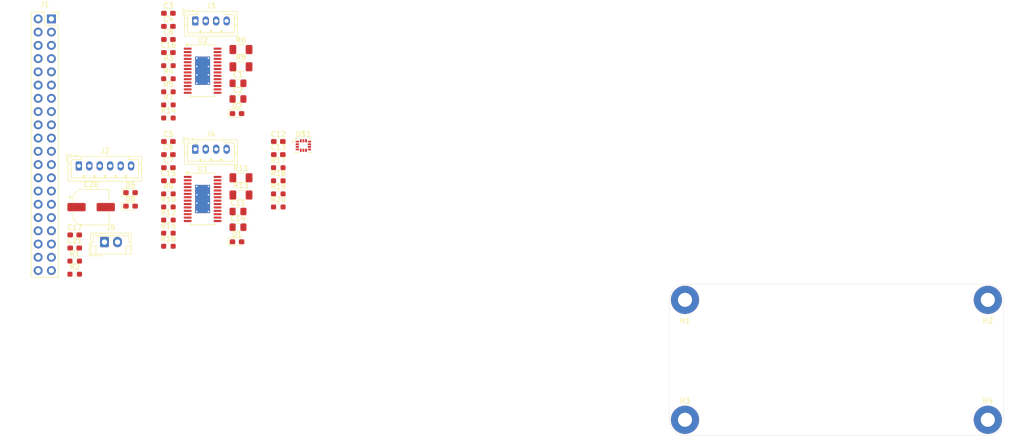
<source format=kicad_pcb>
(kicad_pcb (version 20241229) (generator "pcbnew") (generator_version "9.0")
  (layers (0 "F.Cu" signal) (4 "In1.Cu" signal) (6 "In2.Cu" signal) (2 "B.Cu" signal) (13 "F.Paste" user) (15 "B.Paste" user) (5 "F.SilkS" user "F.Silkscreen") (7 "B.SilkS" user "B.Silkscreen") (1 "F.Mask" user) (3 "B.Mask" user) (25 "Edge.Cuts" user))
  (net 0 "")
  (net 1 "VCC")
  (net 2 "GND")
  (net 3 "Net-(U2-VCP)")
  (net 4 "Net-(U2-5VOUT)")
  (net 5 "Net-(U1-VCP)")
  (net 6 "Net-(U1-CPI)")
  (net 7 "Net-(U1-CPO)")
  (net 8 "Net-(U1-5VOUT)")
  (net 9 "Net-(U2-CPO)")
  (net 10 "Net-(U2-CPI)")
  (net 11 "Net-(U$1-VDD)")
  (net 12 "+3.3V")
  (net 13 "Net-(D1-A)")
  (net 14 "Net-(D2-A)")
  (net 15 "Net-(D5-A)")
  (net 16 "Net-(D6-A)")
  (net 20 "SCL_3V3")
  (net 22 "DIR_RIGHT")
  (net 23 "SDA_3V3")
  (net 28 "SCLK")
  (net 29 "STEP_RIGHT")
  (net 35 "MISO")
  (net 37 "MOSI")
  (net 40 "STEP_LEFT")
  (net 42 "DIR_LEFT")
  (net 46 "CS")
  (net 48 "Net-(J3-Pin_2)")
  (net 49 "Net-(J3-Pin_4)")
  (net 50 "Net-(J3-Pin_3)")
  (net 51 "Net-(J3-Pin_1)")
  (net 52 "Net-(J4-Pin_3)")
  (net 53 "Net-(J4-Pin_4)")
  (net 54 "Net-(J4-Pin_1)")
  (net 55 "Net-(J4-Pin_2)")
  (net 56 "Net-(U2-MS1)")
  (net 57 "Net-(U2-MS2)")
  (net 58 "Net-(U2-BRA)")
  (net 59 "Net-(U2-DIAG)")
  (net 60 "Net-(U2-BRB)")
  (net 61 "Net-(U1-MS1)")
  (net 62 "Net-(U1-MS2)")
  (net 63 "Net-(U1-BRA)")
  (net 64 "Net-(U1-DIAG)")
  (net 65 "Net-(U1-BRB)")
  (net 66 "Net-(U$1-CS)")
  (footprint "Capacitor_SMD:C_0603_1608Metric_Pad1.08x0.95mm_HandSolder" (layer "F.Cu") (at 33.1 70.06)
    (property "Reference" "C21" (at 0 -1.43 0) (layer "F.SilkS"))
    (property "Value" "100nF")
    (pad "1" smd roundrect (at -0.8625 0) (size 1.075 0.95) (layers "F.Cu" "F.Mask" "F.Paste") (net 1 "VCC"))
    (pad "2" smd roundrect (at 0.8625 0) (size 1.075 0.95) (layers "F.Cu" "F.Mask" "F.Paste") (net 2 "GND"))
  )
  (footprint "Connector_JST:JST_PH_B4B-PH-K_1x04_P2.00mm_Vertical" (layer "F.Cu") (at 56.2 51.11)
    (property "Reference" "J4" (at 3 -2.9 0) (layer "F.SilkS"))
    (property "Value" "Conn_01x04")
    (pad "1" thru_hole roundrect (at 0 0) (size 1.2 1.75) (drill 0.75) (layers "*.Cu" "*.Mask") (roundrect_rratio 0.208333) (net 54 "Net-(J4-Pin_1)"))
    (pad "2" thru_hole oval (at 2 0) (size 1.2 1.75) (drill 0.75) (layers "*.Cu" "*.Mask") (net 55 "Net-(J4-Pin_2)"))
    (pad "3" thru_hole oval (at 4 0) (size 1.2 1.75) (drill 0.75) (layers "*.Cu" "*.Mask") (net 52 "Net-(J4-Pin_3)"))
    (pad "4" thru_hole oval (at 6 0) (size 1.2 1.75) (drill 0.75) (layers "*.Cu" "*.Mask") (net 53 "Net-(J4-Pin_4)"))
  )
  (footprint "Resistor_SMD:R_0603_1608Metric_Pad0.98x0.95mm_HandSolder" (layer "F.Cu") (at 72.1 54.66)
    (property "Reference" "R17" (at 0 -1.43 0) (layer "F.SilkS"))
    (property "Value" "0")
    (pad "1" smd roundrect (at -0.9125 0) (size 0.975 0.95) (layers "F.Cu" "F.Mask" "F.Paste") (net 11 "Net-(U$1-VDD)"))
    (pad "2" smd roundrect (at 0.9125 0) (size 0.975 0.95) (layers "F.Cu" "F.Mask" "F.Paste") (net 12 "+3.3V"))
  )
  (footprint "Resistor_SMD:R_0603_1608Metric_Pad0.98x0.95mm_HandSolder" (layer "F.Cu") (at 51.05 64.7)
    (property "Reference" "R12" (at 0 -1.43 0) (layer "F.SilkS"))
    (property "Value" "1k")
    (pad "1" smd roundrect (at -0.9125 0) (size 0.975 0.95) (layers "F.Cu" "F.Mask" "F.Paste") (net 64 "Net-(U1-DIAG)"))
    (pad "2" smd roundrect (at 0.9125 0) (size 0.975 0.95) (layers "F.Cu" "F.Mask" "F.Paste") (net 13 "Net-(D1-A)"))
  )
  (footprint "Connector_PinSocket_2.54mm:PinSocket_2x20_P2.54mm_Vertical" (layer "F.Cu") (at 28.64 26.12)
    (property "Reference" "J1" (at -1.27 -2.77 0) (layer "F.SilkS"))
    (property "Value" "Conn_02x20_Odd_Even")
    (pad "1" thru_hole rect (at 0 0) (size 1.7 1.7) (drill 1) (layers "*.Cu" "*.Mask") (net 12 "+3.3V"))
    (pad "2" thru_hole circle (at -2.54 0) (size 1.7 1.7) (drill 1) (layers "*.Cu" "*.Mask"))
    (pad "3" thru_hole circle (at 0 2.54) (size 1.7 1.7) (drill 1) (layers "*.Cu" "*.Mask") (net 23 "SDA_3V3"))
    (pad "4" thru_hole circle (at -2.54 2.54) (size 1.7 1.7) (drill 1) (layers "*.Cu" "*.Mask"))
    (pad "5" thru_hole circle (at 0 5.08) (size 1.7 1.7) (drill 1) (layers "*.Cu" "*.Mask") (net 20 "SCL_3V3"))
    (pad "6" thru_hole circle (at -2.54 5.08) (size 1.7 1.7) (drill 1) (layers "*.Cu" "*.Mask") (net 2 "GND"))
    (pad "7" thru_hole circle (at 0 7.62) (size 1.7 1.7) (drill 1) (layers "*.Cu" "*.Mask"))
    (pad "8" thru_hole circle (at -2.54 7.62) (size 1.7 1.7) (drill 1) (layers "*.Cu" "*.Mask"))
    (pad "9" thru_hole circle (at 0 10.16) (size 1.7 1.7) (drill 1) (layers "*.Cu" "*.Mask") (net 2 "GND"))
    (pad "10" thru_hole circle (at -2.54 10.16) (size 1.7 1.7) (drill 1) (layers "*.Cu" "*.Mask"))
    (pad "11" thru_hole circle (at 0 12.7) (size 1.7 1.7) (drill 1) (layers "*.Cu" "*.Mask"))
    (pad "12" thru_hole circle (at -2.54 12.7) (size 1.7 1.7) (drill 1) (layers "*.Cu" "*.Mask"))
    (pad "13" thru_hole circle (at 0 15.24) (size 1.7 1.7) (drill 1) (layers "*.Cu" "*.Mask"))
    (pad "14" thru_hole circle (at -2.54 15.24) (size 1.7 1.7) (drill 1) (layers "*.Cu" "*.Mask") (net 2 "GND"))
    (pad "15" thru_hole circle (at 0 17.78) (size 1.7 1.7) (drill 1) (layers "*.Cu" "*.Mask"))
    (pad "16" thru_hole circle (at -2.54 17.78) (size 1.7 1.7) (drill 1) (layers "*.Cu" "*.Mask"))
    (pad "17" thru_hole circle (at 0 20.32) (size 1.7 1.7) (drill 1) (layers "*.Cu" "*.Mask"))
    (pad "18" thru_hole circle (at -2.54 20.32) (size 1.7 1.7) (drill 1) (layers "*.Cu" "*.Mask"))
    (pad "19" thru_hole circle (at 0 22.86) (size 1.7 1.7) (drill 1) (layers "*.Cu" "*.Mask") (net 37 "MOSI"))
    (pad "20" thru_hole circle (at -2.54 22.86) (size 1.7 1.7) (drill 1) (layers "*.Cu" "*.Mask") (net 2 "GND"))
    (pad "21" thru_hole circle (at 0 25.4) (size 1.7 1.7) (drill 1) (layers "*.Cu" "*.Mask") (net 35 "MISO"))
    (pad "22" thru_hole circle (at -2.54 25.4) (size 1.7 1.7) (drill 1) (layers "*.Cu" "*.Mask"))
    (pad "23" thru_hole circle (at 0 27.94) (size 1.7 1.7) (drill 1) (layers "*.Cu" "*.Mask") (net 28 "SCLK"))
    (pad "24" thru_hole circle (at -2.54 27.94) (size 1.7 1.7) (drill 1) (layers "*.Cu" "*.Mask") (net 46 "CS"))
    (pad "25" thru_hole circle (at 0 30.48) (size 1.7 1.7) (drill 1) (layers "*.Cu" "*.Mask") (net 2 "GND"))
    (pad "26" thru_hole circle (at -2.54 30.48) (size 1.7 1.7) (drill 1) (layers "*.Cu" "*.Mask"))
    (pad "27" thru_hole circle (at 0 33.02) (size 1.7 1.7) (drill 1) (layers "*.Cu" "*.Mask"))
    (pad "28" thru_hole circle (at -2.54 33.02) (size 1.7 1.7) (drill 1) (layers "*.Cu" "*.Mask"))
    (pad "29" thru_hole circle (at 0 35.56) (size 1.7 1.7) (drill 1) (layers "*.Cu" "*.Mask"))
    (pad "30" thru_hole circle (at -2.54 35.56) (size 1.7 1.7) (drill 1) (layers "*.Cu" "*.Mask") (net 2 "GND"))
    (pad "31" thru_hole circle (at 0 38.1) (size 1.7 1.7) (drill 1) (layers "*.Cu" "*.Mask") (net 42 "DIR_LEFT"))
    (pad "32" thru_hole circle (at -2.54 38.1) (size 1.7 1.7) (drill 1) (layers "*.Cu" "*.Mask") (net 29 "STEP_RIGHT"))
    (pad "33" thru_hole circle (at 0 40.64) (size 1.7 1.7) (drill 1) (layers "*.Cu" "*.Mask") (net 40 "STEP_LEFT"))
    (pad "34" thru_hole circle (at -2.54 40.64) (size 1.7 1.7) (drill 1) (layers "*.Cu" "*.Mask") (net 2 "GND"))
    (pad "35" thru_hole circle (at 0 43.18) (size 1.7 1.7) (drill 1) (layers "*.Cu" "*.Mask"))
    (pad "36" thru_hole circle (at -2.54 43.18) (size 1.7 1.7) (drill 1) (layers "*.Cu" "*.Mask") (net 22 "DIR_RIGHT"))
    (pad "37" thru_hole circle (at 0 45.72) (size 1.7 1.7) (drill 1) (layers "*.Cu" "*.Mask"))
    (pad "38" thru_hole circle (at -2.54 45.72) (size 1.7 1.7) (drill 1) (layers "*.Cu" "*.Mask"))
    (pad "39" thru_hole circle (at 0 48.26) (size 1.7 1.7) (drill 1) (layers "*.Cu" "*.Mask") (net 2 "GND"))
    (pad "40" thru_hole circle (at -2.54 48.26) (size 1.7 1.7) (drill 1) (layers "*.Cu" "*.Mask"))
  )
  (footprint "Resistor_SMD:R_0603_1608Metric_Pad0.98x0.95mm_HandSolder" (layer "F.Cu") (at 51.05 35.09)
    (property "Reference" "R3" (at 0 -1.43 0) (layer "F.SilkS"))
    (property "Value" "10k")
    (pad "1" smd roundrect (at -0.9125 0) (size 0.975 0.95) (layers "F.Cu" "F.Mask" "F.Paste") (net 12 "+3.3V"))
    (pad "2" smd roundrect (at 0.9125 0) (size 0.975 0.95) (layers "F.Cu" "F.Mask" "F.Paste") (net 56 "Net-(U2-MS1)"))
  )
  (footprint "Capacitor_SMD:C_0805_2012Metric_Pad1.18x1.45mm_HandSolder" (layer "F.Cu") (at 64.38 41.48)
    (property "Reference" "C2" (at 0 -1.68 0) (layer "F.SilkS"))
    (property "Value" "100nF")
    (pad "1" smd roundrect (at -1.0375 0) (size 1.175 1.45) (layers "F.Cu" "F.Mask" "F.Paste") (roundrect_rratio 0.212766) (net 1 "VCC"))
    (pad "2" smd roundrect (at 1.0375 0) (size 1.175 1.45) (layers "F.Cu" "F.Mask" "F.Paste") (roundrect_rratio 0.212766) (net 2 "GND"))
  )
  (footprint "Capacitor_SMD:C_0603_1608Metric_Pad1.08x0.95mm_HandSolder" (layer "F.Cu") (at 51.05 57.17)
    (property "Reference" "C15" (at 0 -1.43 0) (layer "F.SilkS"))
    (property "Value" "100n")
    (pad "1" smd roundrect (at -0.8625 0) (size 1.075 0.95) (layers "F.Cu" "F.Mask" "F.Paste") (net 2 "GND"))
    (pad "2" smd roundrect (at 0.8625 0) (size 1.075 0.95) (layers "F.Cu" "F.Mask" "F.Paste") (net 12 "+3.3V"))
  )
  (footprint "Capacitor_SMD:C_0603_1608Metric_Pad1.08x0.95mm_HandSolder" (layer "F.Cu") (at 72.1 49.64)
    (property "Reference" "C12" (at 0 -1.43 0) (layer "F.SilkS"))
    (property "Value" "100nF")
    (pad "1" smd roundrect (at -0.8625 0) (size 1.075 0.95) (layers "F.Cu" "F.Mask" "F.Paste") (net 2 "GND"))
    (pad "2" smd roundrect (at 0.8625 0) (size 1.075 0.95) (layers "F.Cu" "F.Mask" "F.Paste") (net 11 "Net-(U$1-VDD)"))
  )
  (footprint "Resistor_SMD:R_0603_1608Metric_Pad0.98x0.95mm_HandSolder" (layer "F.Cu") (at 51.05 37.6)
    (property "Reference" "R4" (at 0 -1.43 0) (layer "F.SilkS"))
    (property "Value" "10k")
    (pad "1" smd roundrect (at -0.9125 0) (size 0.975 0.95) (layers "F.Cu" "F.Mask" "F.Paste") (net 12 "+3.3V"))
    (pad "2" smd roundrect (at 0.9125 0) (size 0.975 0.95) (layers "F.Cu" "F.Mask" "F.Paste") (net 57 "Net-(U2-MS2)"))
  )
  (footprint "Package_SO:HTSSOP-28-1EP_4.4x9.7mm_P0.65mm_EP2.85x5.4mm_ThermalVias" (layer "F.Cu") (at 57.6 60.655)
    (property "Reference" "U1" (at 0 -5.8 0) (layer "F.SilkS"))
    (property "Value" "TMC2225-SA-T")
    (pad "1" smd roundrect (at -2.8625 -4.225) (size 1.475 0.4) (layers "F.Cu" "F.Mask" "F.Paste") (net 7 "Net-(U1-CPO)"))
    (pad "2" smd roundrect (at -2.8625 -3.575) (size 1.475 0.4) (layers "F.Cu" "F.Mask" "F.Paste") (net 6 "Net-(U1-CPI)"))
    (pad "3" smd roundrect (at -2.8625 -2.925) (size 1.475 0.4) (layers "F.Cu" "F.Mask" "F.Paste") (net 5 "Net-(U1-VCP)"))
    (pad "4" smd roundrect (at -2.8625 -2.275) (size 1.475 0.4) (layers "F.Cu" "F.Mask" "F.Paste") (net 1 "VCC"))
    (pad "5" smd roundrect (at -2.8625 -1.625) (size 1.475 0.4) (layers "F.Cu" "F.Mask" "F.Paste") (net 54 "Net-(J4-Pin_1)"))
    (pad "6" smd roundrect (at -2.8625 -0.975) (size 1.475 0.4) (layers "F.Cu" "F.Mask" "F.Paste") (net 63 "Net-(U1-BRA)"))
    (pad "7" smd roundrect (at -2.8625 -0.325) (size 1.475 0.4) (layers "F.Cu" "F.Mask" "F.Paste") (net 55 "Net-(J4-Pin_2)"))
    (pad "8" smd roundrect (at -2.8625 0.325) (size 1.475 0.4) (layers "F.Cu" "F.Mask" "F.Paste") (net 52 "Net-(J4-Pin_3)"))
    (pad "9" smd roundrect (at -2.8625 0.975) (size 1.475 0.4) (layers "F.Cu" "F.Mask" "F.Paste") (net 65 "Net-(U1-BRB)"))
    (pad "10" smd roundrect (at -2.8625 1.625) (size 1.475 0.4) (layers "F.Cu" "F.Mask" "F.Paste") (net 53 "Net-(J4-Pin_4)"))
    (pad "11" smd roundrect (at -2.8625 2.275) (size 1.475 0.4) (layers "F.Cu" "F.Mask" "F.Paste") (net 1 "VCC"))
    (pad "12" smd roundrect (at -2.8625 2.925) (size 1.475 0.4) (layers "F.Cu" "F.Mask" "F.Paste"))
    (pad "13" smd roundrect (at -2.8625 3.575) (size 1.475 0.4) (layers "F.Cu" "F.Mask" "F.Paste") (net 2 "GND"))
    (pad "14" smd roundrect (at -2.8625 4.225) (size 1.475 0.4) (layers "F.Cu" "F.Mask" "F.Paste") (net 2 "GND"))
    (pad "15" smd roundrect (at 2.8625 4.225) (size 1.475 0.4) (layers "F.Cu" "F.Mask" "F.Paste") (net 8 "Net-(U1-5VOUT)"))
    (pad "16" smd roundrect (at 2.8625 3.575) (size 1.475 0.4) (layers "F.Cu" "F.Mask" "F.Paste") (net 12 "+3.3V"))
    (pad "17" smd roundrect (at 2.8625 2.925) (size 1.475 0.4) (layers "F.Cu" "F.Mask" "F.Paste"))
    (pad "18" smd roundrect (at 2.8625 2.275) (size 1.475 0.4) (layers "F.Cu" "F.Mask" "F.Paste") (net 64 "Net-(U1-DIAG)"))
    (pad "19" smd roundrect (at 2.8625 1.625) (size 1.475 0.4) (layers "F.Cu" "F.Mask" "F.Paste"))
    (pad "20" smd roundrect (at 2.8625 0.975) (size 1.475 0.4) (layers "F.Cu" "F.Mask" "F.Paste") (net 22 "DIR_RIGHT"))
    (pad "21" smd roundrect (at 2.8625 0.325) (size 1.475 0.4) (layers "F.Cu" "F.Mask" "F.Paste") (net 2 "GND"))
    (pad "22" smd roundrect (at 2.8625 -0.325) (size 1.475 0.4) (layers "F.Cu" "F.Mask" "F.Paste") (net 29 "STEP_RIGHT"))
    (pad "23" smd roundrect (at 2.8625 -0.975) (size 1.475 0.4) (layers "F.Cu" "F.Mask" "F.Paste"))
    (pad "24" smd roundrect (at 2.8625 -1.625) (size 1.475 0.4) (layers "F.Cu" "F.Mask" "F.Paste"))
    (pad "25" smd roundrect (at 2.8625 -2.275) (size 1.475 0.4) (layers "F.Cu" "F.Mask" "F.Paste") (net 61 "Net-(U1-MS1)"))
    (pad "26" smd roundrect (at 2.8625 -2.925) (size 1.475 0.4) (layers "F.Cu" "F.Mask" "F.Paste") (net 62 "Net-(U1-MS2)"))
    (pad "27" smd roundrect (at 2.8625 -3.575) (size 1.475 0.4) (layers "F.Cu" "F.Mask" "F.Paste"))
    (pad "28" smd roundrect (at 2.8625 -4.225) (size 1.475 0.4) (layers "F.Cu" "F.Mask" "F.Paste") (net 2 "GND"))
    (pad "29" thru_hole circle (at -1.125 -2.4) (size 0.6 0.6) (drill 0.3) (property pad_prop_heatsink) (layers "*.Cu"))
    (pad "29" thru_hole circle (at -1.125 -0.8) (size 0.6 0.6) (drill 0.3) (property pad_prop_heatsink) (layers "*.Cu"))
    (pad "29" thru_hole circle (at -1.125 0.8) (size 0.6 0.6) (drill 0.3) (property pad_prop_heatsink) (layers "*.Cu"))
    (pad "29" thru_hole circle (at -1.125 2.4) (size 0.6 0.6) (drill 0.3) (property pad_prop_heatsink) (layers "*.Cu"))
    (pad "29" smd rect (at 0 0) (size 2.85 5.4) (property pad_prop_heatsink) (layers "F.Cu" "F.Mask"))
    (pad "29" smd rect (at 0 0) (size 2.85 5.4) (property pad_prop_heatsink) (layers "B.Cu"))
    (pad "29" thru_hole circle (at 1.125 -2.4) (size 0.6 0.6) (drill 0.3) (property pad_prop_heatsink) (layers "*.Cu"))
    (pad "29" thru_hole circle (at 1.125 -0.8) (size 0.6 0.6) (drill 0.3) (property pad_prop_heatsink) (layers "*.Cu"))
    (pad "29" thru_hole circle (at 1.125 0.8) (size 0.6 0.6) (drill 0.3) (property pad_prop_heatsink) (layers "*.Cu"))
    (pad "29" thru_hole circle (at 1.125 2.4) (size 0.6 0.6) (drill 0.3) (property pad_prop_heatsink) (layers "*.Cu"))
  )
  (footprint "Resistor_SMD:R_0603_1608Metric_Pad0.98x0.95mm_HandSolder" (layer "F.Cu") (at 51.05 69.72)
    (property "Reference" "R16" (at 0 -1.43 0) (layer "F.SilkS"))
    (property "Value" "10k")
    (pad "1" smd roundrect (at -0.9125 0) (size 0.975 0.95) (layers "F.Cu" "F.Mask" "F.Paste") (net 12 "+3.3V"))
    (pad "2" smd roundrect (at 0.9125 0) (size 0.975 0.95) (layers "F.Cu" "F.Mask" "F.Paste") (net 62 "Net-(U1-MS2)"))
  )
  (footprint "Capacitor_SMD:C_0603_1608Metric_Pad1.08x0.95mm_HandSolder" (layer "F.Cu") (at 51.05 25.05)
    (property "Reference" "C3" (at 0 -1.43 0) (layer "F.SilkS"))
    (property "Value" "100n")
    (pad "1" smd roundrect (at -0.8625 0) (size 1.075 0.95) (layers "F.Cu" "F.Mask" "F.Paste") (net 1 "VCC"))
    (pad "2" smd roundrect (at 0.8625 0) (size 1.075 0.95) (layers "F.Cu" "F.Mask" "F.Paste") (net 3 "Net-(U2-VCP)"))
  )
  (footprint "MountingHole:MountingHole_2.7mm_M2.5_Pad" (layer "F.Cu") (at 208 103)
    (property "Reference" "H4" (at 0 -3.65 0) (layer "F.SilkS"))
    (property "Value" "MountingHole_Pad")
    (pad "1" thru_hole circle (at 0 0) (size 5.4 5.4) (drill 2.7) (layers "*.Cu" "*.Mask") (net 2 "GND"))
  )
  (footprint "Resistor_SMD:R_1206_3216Metric_Pad1.30x1.75mm_HandSolder" (layer "F.Cu") (at 64.95 59.9)
    (property "Reference" "R13" (at 0 -1.83 0) (layer "F.SilkS"))
    (property "Value" "220m")
    (pad "1" smd roundrect (at -1.55 0) (size 1.3 1.75) (layers "F.Cu" "F.Mask" "F.Paste") (roundrect_rratio 0.192308) (net 65 "Net-(U1-BRB)"))
    (pad "2" smd roundrect (at 1.55 0) (size 1.3 1.75) (layers "F.Cu" "F.Mask" "F.Paste") (roundrect_rratio 0.192308) (net 2 "GND"))
  )
  (footprint "Capacitor_SMD:C_0805_2012Metric_Pad1.18x1.45mm_HandSolder" (layer "F.Cu") (at 64.38 63.06)
    (property "Reference" "C11" (at 0 -1.68 0) (layer "F.SilkS"))
    (property "Value" "100nF")
    (pad "1" smd roundrect (at -1.0375 0) (size 1.175 1.45) (layers "F.Cu" "F.Mask" "F.Paste") (roundrect_rratio 0.212766) (net 1 "VCC"))
    (pad "2" smd roundrect (at 1.0375 0) (size 1.175 1.45) (layers "F.Cu" "F.Mask" "F.Paste") (roundrect_rratio 0.212766) (net 2 "GND"))
  )
  (footprint "Resistor_SMD:R_0603_1608Metric_Pad0.98x0.95mm_HandSolder" (layer "F.Cu") (at 51.05 67.21)
    (property "Reference" "R15" (at 0 -1.43 0) (layer "F.SilkS"))
    (property "Value" "10k")
    (pad "1" smd roundrect (at -0.9125 0) (size 0.975 0.95) (layers "F.Cu" "F.Mask" "F.Paste") (net 12 "+3.3V"))
    (pad "2" smd roundrect (at 0.9125 0) (size 0.975 0.95) (layers "F.Cu" "F.Mask" "F.Paste") (net 61 "Net-(U1-MS1)"))
  )
  (footprint "LED_SMD:LED_0603_1608Metric_Pad1.05x0.95mm_HandSolder" (layer "F.Cu") (at 64.195 44.28)
    (property "Reference" "D2" (at 0 -1.43 0) (layer "F.SilkS"))
    (property "Value" "LED")
    (pad "1" smd roundrect (at -0.875 0) (size 1.05 0.95) (layers "F.Cu" "F.Mask" "F.Paste") (net 2 "GND"))
    (pad "2" smd roundrect (at 0.875 0) (size 1.05 0.95) (layers "F.Cu" "F.Mask" "F.Paste") (net 14 "Net-(D2-A)"))
  )
  (footprint "LED_SMD:LED_0603_1608Metric_Pad1.05x0.95mm_HandSolder" (layer "F.Cu") (at 43.795 59.44)
    (property "Reference" "D5" (at 0 -1.43 0) (layer "F.SilkS"))
    (property "Value" "LED")
    (pad "1" smd roundrect (at -0.875 0) (size 1.05 0.95) (layers "F.Cu" "F.Mask" "F.Paste") (net 2 "GND"))
    (pad "2" smd roundrect (at 0.875 0) (size 1.05 0.95) (layers "F.Cu" "F.Mask" "F.Paste") (net 15 "Net-(D5-A)"))
  )
  (footprint "Capacitor_SMD:C_0603_1608Metric_Pad1.08x0.95mm_HandSolder" (layer "F.Cu") (at 51.05 32.58)
    (property "Reference" "C16" (at 0 -1.43 0) (layer "F.SilkS"))
    (property "Value" "100n")
    (pad "1" smd roundrect (at -0.8625 0) (size 1.075 0.95) (layers "F.Cu" "F.Mask" "F.Paste") (net 2 "GND"))
    (pad "2" smd roundrect (at 0.8625 0) (size 1.075 0.95) (layers "F.Cu" "F.Mask" "F.Paste") (net 12 "+3.3V"))
  )
  (footprint "Resistor_SMD:R_0603_1608Metric_Pad0.98x0.95mm_HandSolder" (layer "F.Cu") (at 72.1 59.68)
    (property "Reference" "R19" (at 0 -1.43 0) (layer "F.SilkS"))
    (property "Value" "10K")
    (pad "1" smd roundrect (at -0.9125 0) (size 0.975 0.95) (layers "F.Cu" "F.Mask" "F.Paste") (net 11 "Net-(U$1-VDD)"))
    (pad "2" smd roundrect (at 0.9125 0) (size 0.975 0.95) (layers "F.Cu" "F.Mask" "F.Paste") (net 23 "SDA_3V3"))
  )
  (footprint "Capacitor_SMD:C_0603_1608Metric_Pad1.08x0.95mm_HandSolder" (layer "F.Cu") (at 51.05 52.15)
    (property "Reference" "C6" (at 0 -1.43 0) (layer "F.SilkS"))
    (property "Value" "22n")
    (pad "1" smd roundrect (at -0.8625 0) (size 1.075 0.95) (layers "F.Cu" "F.Mask" "F.Paste") (net 7 "Net-(U1-CPO)"))
    (pad "2" smd roundrect (at 0.8625 0) (size 1.075 0.95) (layers "F.Cu" "F.Mask" "F.Paste") (net 6 "Net-(U1-CPI)"))
  )
  (footprint "Resistor_SMD:R_0603_1608Metric_Pad0.98x0.95mm_HandSolder" (layer "F.Cu") (at 51.05 59.68)
    (property "Reference" "R9" (at 0 -1.43 0) (layer "F.SilkS"))
    (property "Value" "10k")
    (pad "1" smd roundrect (at -0.9125 0) (size 0.975 0.95) (layers "F.Cu" "F.Mask" "F.Paste") (net 61 "Net-(U1-MS1)"))
    (pad "2" smd roundrect (at 0.9125 0) (size 0.975 0.95) (layers "F.Cu" "F.Mask" "F.Paste") (net 2 "GND"))
  )
  (footprint "Capacitor_SMD:C_0603_1608Metric_Pad1.08x0.95mm_HandSolder" (layer "F.Cu") (at 51.05 49.64)
    (property "Reference" "C5" (at 0 -1.43 0) (layer "F.SilkS"))
    (property "Value" "100n")
    (pad "1" smd roundrect (at -0.8625 0) (size 1.075 0.95) (layers "F.Cu" "F.Mask" "F.Paste") (net 1 "VCC"))
    (pad "2" smd roundrect (at 0.8625 0) (size 1.075 0.95) (layers "F.Cu" "F.Mask" "F.Paste") (net 5 "Net-(U1-VCP)"))
  )
  (footprint "Resistor_SMD:R_0603_1608Metric_Pad0.98x0.95mm_HandSolder" (layer "F.Cu") (at 51.05 45.13)
    (property "Reference" "R14" (at 0 -1.43 0) (layer "F.SilkS"))
    (property "Value" "10k")
    (pad "1" smd roundrect (at -0.9125 0) (size 0.975 0.95) (layers "F.Cu" "F.Mask" "F.Paste") (net 57 "Net-(U2-MS2)"))
    (pad "2" smd roundrect (at 0.9125 0) (size 0.975 0.95) (layers "F.Cu" "F.Mask" "F.Paste") (net 2 "GND"))
  )
  (footprint "Resistor_SMD:R_0603_1608Metric_Pad0.98x0.95mm_HandSolder" (layer "F.Cu") (at 51.05 62.19)
    (property "Reference" "R10" (at 0 -1.43 0) (layer "F.SilkS"))
    (property "Value" "10k")
    (pad "1" smd roundrect (at -0.9125 0) (size 0.975 0.95) (layers "F.Cu" "F.Mask" "F.Paste") (net 62 "Net-(U1-MS2)"))
    (pad "2" smd roundrect (at 0.9125 0) (size 0.975 0.95) (layers "F.Cu" "F.Mask" "F.Paste") (net 2 "GND"))
  )
  (footprint "Capacitor_SMD:C_0805_2012Metric_Pad1.18x1.45mm_HandSolder" (layer "F.Cu") (at 64.38 66.07)
    (property "Reference" "C14" (at 0 -1.68 0) (layer "F.SilkS"))
    (property "Value" "100nF")
    (pad "1" smd roundrect (at -1.0375 0) (size 1.175 1.45) (layers "F.Cu" "F.Mask" "F.Paste") (roundrect_rratio 0.212766) (net 1 "VCC"))
    (pad "2" smd roundrect (at 1.0375 0) (size 1.175 1.45) (layers "F.Cu" "F.Mask" "F.Paste") (roundrect_rratio 0.212766) (net 2 "GND"))
  )
  (footprint "Resistor_SMD:R_1206_3216Metric_Pad1.30x1.75mm_HandSolder" (layer "F.Cu") (at 64.95 56.59)
    (property "Reference" "R11" (at 0 -1.83 0) (layer "F.SilkS"))
    (property "Value" "220m")
    (pad "1" smd roundrect (at -1.55 0) (size 1.3 1.75) (layers "F.Cu" "F.Mask" "F.Paste") (roundrect_rratio 0.192308) (net 63 "Net-(U1-BRA)"))
    (pad "2" smd roundrect (at 1.55 0) (size 1.3 1.75) (layers "F.Cu" "F.Mask" "F.Paste") (roundrect_rratio 0.192308) (net 2 "GND"))
  )
  (footprint "Resistor_SMD:R_1206_3216Metric_Pad1.30x1.75mm_HandSolder" (layer "F.Cu") (at 64.95 32)
    (property "Reference" "R6" (at 0 -1.83 0) (layer "F.SilkS"))
    (property "Value" "220m")
    (pad "1" smd roundrect (at -1.55 0) (size 1.3 1.75) (layers "F.Cu" "F.Mask" "F.Paste") (roundrect_rratio 0.192308) (net 58 "Net-(U2-BRA)"))
    (pad "2" smd roundrect (at 1.55 0) (size 1.3 1.75) (layers "F.Cu" "F.Mask" "F.Paste") (roundrect_rratio 0.192308) (net 2 "GND"))
  )
  (footprint "LED_SMD:LED_0603_1608Metric_Pad1.05x0.95mm_HandSolder" (layer "F.Cu") (at 64.195 68.87)
    (property "Reference" "D1" (at 0 -1.43 0) (layer "F.SilkS"))
    (property "Value" "LED")
    (pad "1" smd roundrect (at -0.875 0) (size 1.05 0.95) (layers "F.Cu" "F.Mask" "F.Paste") (net 2 "GND"))
    (pad "2" smd roundrect (at 0.875 0) (size 1.05 0.95) (layers "F.Cu" "F.Mask" "F.Paste") (net 13 "Net-(D1-A)"))
  )
  (footprint "Connector_JST:JST_EH_B2B-EH-A_1x02_P2.50mm_Vertical" (layer "F.Cu") (at 38.8 68.92)
    (property "Reference" "J5" (at 1.25 -2.8 0) (layer "F.SilkS"))
    (property "Value" "Battery")
    (pad "1" thru_hole roundrect (at 0 0) (size 1.7 2) (drill 1) (layers "*.Cu" "*.Mask") (roundrect_rratio 0.147059) (net 2 "GND"))
    (pad "2" thru_hole oval (at 2.5 0) (size 1.7 2) (drill 1) (layers "*.Cu" "*.Mask") (net 1 "VCC"))
  )
  (footprint "Connector_JST:JST_PH_B6B-PH-K_1x06_P2.00mm_Vertical" (layer "F.Cu") (at 33.9 54.32)
    (property "Reference" "J2" (at 5 -2.9 0) (layer "F.SilkS"))
    (property "Value" "MCP3208")
    (pad "1" thru_hole roundrect (at 0 0) (size 1.2 1.75) (drill 0.75) (layers "*.Cu" "*.Mask") (roundrect_rratio 0.208333) (net 2 "GND"))
    (pad "2" thru_hole oval (at 2 0) (size 1.2 1.75) (drill 0.75) (layers "*.Cu" "*.Mask") (net 46 "CS"))
    (pad "3" thru_hole oval (at 4 0) (size 1.2 1.75) (drill 0.75) (layers "*.Cu" "*.Mask") (net 37 "MOSI"))
    (pad "4" thru_hole oval (at 6 0) (size 1.2 1.75) (drill 0.75) (layers "*.Cu" "*.Mask") (net 35 "MISO"))
    (pad "5" thru_hole oval (at 8 0) (size 1.2 1.75) (drill 0.75) (layers "*.Cu" "*.Mask") (net 28 "SCLK"))
    (pad "6" thru_hole oval (at 10 0) (size 1.2 1.75) (drill 0.75) (layers "*.Cu" "*.Mask") (net 12 "+3.3V"))
  )
  (footprint "Resistor_SMD:R_0603_1608Metric_Pad0.98x0.95mm_HandSolder" (layer "F.Cu") (at 33.1 72.57)
    (property "Reference" "R1" (at 0 -1.43 0) (layer "F.SilkS"))
    (property "Value" "6.8k")
    (pad "1" smd roundrect (at -0.9125 0) (size 0.975 0.95) (layers "F.Cu" "F.Mask" "F.Paste") (net 1 "VCC"))
    (pad "2" smd roundrect (at 0.9125 0) (size 0.975 0.95) (layers "F.Cu" "F.Mask" "F.Paste") (net 15 "Net-(D5-A)"))
  )
  (footprint "Resistor_SMD:R_0603_1608Metric_Pad0.98x0.95mm_HandSolder" (layer "F.Cu") (at 51.05 42.62)
    (property "Reference" "R7" (at 0 -1.43 0) (layer "F.SilkS"))
    (property "Value" "1k")
    (pad "1" smd roundrect (at -0.9125 0) (size 0.975 0.95) (layers "F.Cu" "F.Mask" "F.Paste") (net 59 "Net-(U2-DIAG)"))
    (pad "2" smd roundrect (at 0.9125 0) (size 0.975 0.95) (layers "F.Cu" "F.Mask" "F.Paste") (net 14 "Net-(D2-A)"))
  )
  (footprint "Capacitor_SMD:C_0603_1608Metric_Pad1.08x0.95mm_HandSolder" (layer "F.Cu") (at 72.1 52.15)
    (property "Reference" "C13" (at 0 -1.43 0) (layer "F.SilkS"))
    (property "Value" "100nF")
    (pad "1" smd roundrect (at -0.8625 0) (size 1.075 0.95) (layers "F.Cu" "F.Mask" "F.Paste") (net 2 "GND"))
    (pad "2" smd roundrect (at 0.8625 0) (size 1.075 0.95) (layers "F.Cu" "F.Mask" "F.Paste") (net 11 "Net-(U$1-VDD)"))
  )
  (footprint "Package_SO:HTSSOP-28-1EP_4.4x9.7mm_P0.65mm_EP2.85x5.4mm_ThermalVias" (layer "F.Cu") (at 57.6 36.065)
    (property "Reference" "U2" (at 0 -5.8 0) (layer "F.SilkS"))
    (property "Value" "TMC2225-SA-T")
    (pad "1" smd roundrect (at -2.8625 -4.225) (size 1.475 0.4) (layers "F.Cu" "F.Mask" "F.Paste") (net 9 "Net-(U2-CPO)"))
    (pad "2" smd roundrect (at -2.8625 -3.575) (size 1.475 0.4) (layers "F.Cu" "F.Mask" "F.Paste") (net 10 "Net-(U2-CPI)"))
    (pad "3" smd roundrect (at -2.8625 -2.925) (size 1.475 0.4) (layers "F.Cu" "F.Mask" "F.Paste") (net 3 "Net-(U2-VCP)"))
    (pad "4" smd roundrect (at -2.8625 -2.275) (size 1.475 0.4) (layers "F.Cu" "F.Mask" "F.Paste") (net 1 "VCC"))
    (pad "5" smd roundrect (at -2.8625 -1.625) (size 1.475 0.4) (layers "F.Cu" "F.Mask" "F.Paste") (net 51 "Net-(J3-Pin_1)"))
    (pad "6" smd roundrect (at -2.8625 -0.975) (size 1.475 0.4) (layers "F.Cu" "F.Mask" "F.Paste") (net 58 "Net-(U2-BRA)"))
    (pad "7" smd roundrect (at -2.8625 -0.325) (size 1.475 0.4) (layers "F.Cu" "F.Mask" "F.Paste") (net 48 "Net-(J3-Pin_2)"))
    (pad "8" smd roundrect (at -2.8625 0.325) (size 1.475 0.4) (layers "F.Cu" "F.Mask" "F.Paste") (net 50 "Net-(J3-Pin_3)"))
    (pad "9" smd roundrect (at -2.8625 0.975) (size 1.475 0.4) (layers "F.Cu" "F.Mask" "F.Paste") (net 60 "Net-(U2-BRB)"))
    (pad "10" smd roundrect (at -2.8625 1.625) (size 1.475 0.4) (layers "F.Cu" "F.Mask" "F.Paste") (net 49 "Net-(J3-Pin_4)"))
    (pad "11" smd roundrect (at -2.8625 2.275) (size 1.475 0.4) (layers "F.Cu" "F.Mask" "F.Paste") (net 1 "VCC"))
    (pad "12" smd roundrect (at -2.8625 2.925) (size 1.475 0.4) (layers "F.Cu" "F.Mask" "F.Paste"))
    (pad "13" smd roundrect (at -2.8625 3.575) (size 1.475 0.4) (layers "F.Cu" "F.Mask" "F.Paste") (net 2 "GND"))
    (pad "14" smd roundrect (at -2.8625 4.225) (size 1.475 0.4) (layers "F.Cu" "F.Mask" "F.Paste") (net 2 "GND"))
    (pad "15" smd roundrect (at 2.8625 4.225) (size 1.475 0.4) (layers "F.Cu" "F.Mask" "F.Paste") (net 4 "Net-(U2-5VOUT)"))
    (pad "16" smd roundrect (at 2.8625 3.575) (size 1.475 0.4) (layers "F.Cu" "F.Mask" "F.Paste") (net 12 "+3.3V"))
    (pad "17" smd roundrect (at 2.8625 2.925) (size 1.475 0.4) (layers "F.Cu" "F.Mask" "F.Paste"))
    (pad "18" smd roundrect (at 2.8625 2.275) (size 1.475 0.4) (layers "F.Cu" "F.Mask" "F.Paste") (net 59 "Net-(U2-DIAG)"))
    (pad "19" smd roundrect (at 2.8625 1.625) (size 1.475 0.4) (layers "F.Cu" "F.Mask" "F.Paste"))
    (pad "20" smd roundrect (at 2.8625 0.975) (size 1.475 0.4) (layers "F.Cu" "F.Mask" "F.Paste") (net 42 "DIR_LEFT"))
    (pad "21" smd roundrect (at 2.8625 0.325) (size 1.475 0.4) (layers "F.Cu" "F.Mask" "F.Paste") (net 2 "GND"))
    (pad "22" smd roundrect (at 2.8625 -0.325) (size 1.475 0.4) (layers "F.Cu" "F.Mask" "F.Paste") (net 40 "STEP_LEFT"))
    (pad "23" smd roundrect (at 2.8625 -0.975) (size 1.475 0.4) (layers "F.Cu" "F.Mask" "F.Paste"))
    (pad "24" smd roundrect (at 2.8625 -1.625) (size 1.475 0.4) (layers "F.Cu" "F.Mask" "F.Paste"))
    (pad "25" smd roundrect (at 2.8625 -2.275) (size 1.475 0.4) (layers "F.Cu" "F.Mask" "F.Paste") (net 56 "Net-(U2-MS1)"))
    (pad "26" smd roundrect (at 2.8625 -2.925) (size 1.475 0.4) (layers "F.Cu" "F.Mask" "F.Paste") (net 57 "Net-(U2-MS2)"))
    (pad "27" smd roundrect (at 2.8625 -3.575) (size 1.475 0.4) (layers "F.Cu" "F.Mask" "F.Paste"))
    (pad "28" smd roundrect (at 2.8625 -4.225) (size 1.475 0.4) (layers "F.Cu" "F.Mask" "F.Paste") (net 2 "GND"))
    (pad "29" thru_hole circle (at -1.125 -2.4) (size 0.6 0.6) (drill 0.3) (property pad_prop_heatsink) (layers "*.Cu"))
    (pad "29" thru_hole circle (at -1.125 -0.8) (size 0.6 0.6) (drill 0.3) (property pad_prop_heatsink) (layers "*.Cu"))
    (pad "29" thru_hole circle (at -1.125 0.8) (size 0.6 0.6) (drill 0.3) (property pad_prop_heatsink) (layers "*.Cu"))
    (pad "29" thru_hole circle (at -1.125 2.4) (size 0.6 0.6) (drill 0.3) (property pad_prop_heatsink) (layers "*.Cu"))
    (pad "29" smd rect (at 0 0) (size 2.85 5.4) (property pad_prop_heatsink) (layers "F.Cu" "F.Mask"))
    (pad "29" smd rect (at 0 0) (size 2.85 5.4) (property pad_prop_heatsink) (layers "B.Cu"))
    (pad "29" thru_hole circle (at 1.125 -2.4) (size 0.6 0.6) (drill 0.3) (property pad_prop_heatsink) (layers "*.Cu"))
    (pad "29" thru_hole circle (at 1.125 -0.8) (size 0.6 0.6) (drill 0.3) (property pad_prop_heatsink) (layers "*.Cu"))
    (pad "29" thru_hole circle (at 1.125 0.8) (size 0.6 0.6) (drill 0.3) (property pad_prop_heatsink) (layers "*.Cu"))
    (pad "29" thru_hole circle (at 1.125 2.4) (size 0.6 0.6) (drill 0.3) (property pad_prop_heatsink) (layers "*.Cu"))
  )
  (footprint "Resistor_SMD:R_1206_3216Metric_Pad1.30x1.75mm_HandSolder" (layer "F.Cu") (at 64.95 35.31)
    (property "Reference" "R8" (at 0 -1.83 0) (layer "F.SilkS"))
    (property "Value" "220m")
    (pad "1" smd roundrect (at -1.55 0) (size 1.3 1.75) (layers "F.Cu" "F.Mask" "F.Paste") (roundrect_rratio 0.192308) (net 60 "Net-(U2-BRB)"))
    (pad "2" smd roundrect (at 1.55 0) (size 1.3 1.75) (layers "F.Cu" "F.Mask" "F.Paste") (roundrect_rratio 0.192308) (net 2 "GND"))
  )
  (footprint "Resistor_SMD:R_0603_1608Metric_Pad0.98x0.95mm_HandSolder" (layer "F.Cu") (at 72.1 57.17)
    (property "Reference" "R18" (at 0 -1.43 0) (layer "F.SilkS"))
    (property "Value" "10K")
    (pad "1" smd roundrect (at -0.9125 0) (size 0.975 0.95) (layers "F.Cu" "F.Mask" "F.Paste") (net 11 "Net-(U$1-VDD)"))
    (pad "2" smd roundrect (at 0.9125 0) (size 0.975 0.95) (layers "F.Cu" "F.Mask" "F.Paste") (net 66 "Net-(U$1-CS)"))
  )
  (footprint "Capacitor_SMD:C_0603_1608Metric_Pad1.08x0.95mm_HandSolder" (layer "F.Cu") (at 51.05 27.56)
    (property "Reference" "C4" (at 0 -1.43 0) (layer "F.SilkS"))
    (property "Value" "2u2")
    (pad "1" smd roundrect (at -0.8625 0) (size 1.075 0.95) (layers "F.Cu" "F.Mask" "F.Paste") (net 4 "Net-(U2-5VOUT)"))
    (pad "2" smd roundrect (at 0.8625 0) (size 1.075 0.95) (layers "F.Cu" "F.Mask" "F.Paste") (net 2 "GND"))
  )
  (footprint "MountingHole:MountingHole_2.7mm_M2.5_Pad" (layer "F.Cu") (at 150 80)
    (property "Reference" "H1" (at 0 4 0) (layer "F.SilkS"))
    (property "Value" "MountingHole_Pad")
    (pad "1" thru_hole circle (at 0 0) (size 5.4 5.4) (drill 2.7) (layers "*.Cu" "*.Mask") (net 2 "GND"))
  )
  (footprint "LED_SMD:LED_0603_1608Metric_Pad1.05x0.95mm_HandSolder" (layer "F.Cu") (at 43.795 62.03)
    (property "Reference" "D6" (at 0 -1.43 0) (layer "F.SilkS"))
    (property "Value" "LED")
    (pad "1" smd roundrect (at -0.875 0) (size 1.05 0.95) (layers "F.Cu" "F.Mask" "F.Paste") (net 2 "GND"))
    (pad "2" smd roundrect (at 0.875 0) (size 1.05 0.95) (layers "F.Cu" "F.Mask" "F.Paste") (net 16 "Net-(D6-A)"))
  )
  (footprint "Capacitor_SMD:C_0603_1608Metric_Pad1.08x0.95mm_HandSolder" (layer "F.Cu") (at 33.1 67.55)
    (property "Reference" "C17" (at 0 -1.43 0) (layer "F.SilkS"))
    (property "Value" "100nF")
    (pad "1" smd roundrect (at -0.8625 0) (size 1.075 0.95) (layers "F.Cu" "F.Mask" "F.Paste") (net 12 "+3.3V"))
    (pad "2" smd roundrect (at 0.8625 0) (size 1.075 0.95) (layers "F.Cu" "F.Mask" "F.Paste") (net 2 "GND"))
  )
  (footprint "MountingHole:MountingHole_2.7mm_M2.5_Pad" (layer "F.Cu") (at 208 80)
    (property "Reference" "H2" (at 0 4 0) (layer "F.SilkS"))
    (property "Value" "MountingHole_Pad")
    (pad "1" thru_hole circle (at 0 0) (size 5.4 5.4) (drill 2.7) (layers "*.Cu" "*.Mask") (net 2 "GND"))
  )
  (footprint "MountingHole:MountingHole_2.7mm_M2.5_Pad" (layer "F.Cu") (at 150 103)
    (property "Reference" "H3" (at 0 -3.65 0) (layer "F.SilkS"))
    (property "Value" "MountingHole_Pad")
    (pad "1" thru_hole circle (at 0 0) (size 5.4 5.4) (drill 2.7) (layers "*.Cu" "*.Mask") (net 2 "GND"))
  )
  (footprint "Resistor_SMD:R_0603_1608Metric_Pad0.98x0.95mm_HandSolder" (layer "F.Cu") (at 33.1 75.08)
    (property "Reference" "R2" (at 0 -1.43 0) (layer "F.SilkS"))
    (property "Value" "1K")
    (pad "1" smd roundrect (at -0.9125 0) (size 0.975 0.95) (layers "F.Cu" "F.Mask" "F.Paste") (net 12 "+3.3V"))
    (pad "2" smd roundrect (at 0.9125 0) (size 0.975 0.95) (layers "F.Cu" "F.Mask" "F.Paste") (net 16 "Net-(D6-A)"))
  )
  (footprint "Resistor_SMD:R_0603_1608Metric_Pad0.98x0.95mm_HandSolder" (layer "F.Cu") (at 72.1 62.19)
    (property "Reference" "R20" (at 0 -1.43 0) (layer "F.SilkS"))
    (property "Value" "10K")
    (pad "1" smd roundrect (at -0.9125 0) (size 0.975 0.95) (layers "F.Cu" "F.Mask" "F.Paste") (net 11 "Net-(U$1-VDD)"))
    (pad "2" smd roundrect (at 0.9125 0) (size 0.975 0.95) (layers "F.Cu" "F.Mask" "F.Paste") (net 20 "SCL_3V3"))
  )
  (footprint "Capacitor_SMD:C_0603_1608Metric_Pad1.08x0.95mm_HandSolder" (layer "F.Cu") (at 51.05 54.66)
    (property "Reference" "C7" (at 0 -1.43 0) (layer "F.SilkS"))
    (property "Value" "2u2")
    (pad "1" smd roundrect (at -0.8625 0) (size 1.075 0.95) (layers "F.Cu" "F.Mask" "F.Paste") (net 8 "Net-(U1-5VOUT)"))
    (pad "2" smd roundrect (at 0.8625 0) (size 1.075 0.95) (layers "F.Cu" "F.Mask" "F.Paste") (net 2 "GND"))
  )
  (footprint "Connector_JST:JST_PH_B4B-PH-K_1x04_P2.00mm_Vertical" (layer "F.Cu") (at 56.2 26.52)
    (property "Reference" "J3" (at 3 -2.9 0) (layer "F.SilkS"))
    (property "Value" "Conn_01x04")
    (pad "1" thru_hole roundrect (at 0 0) (size 1.2 1.75) (drill 0.75) (layers "*.Cu" "*.Mask") (roundrect_rratio 0.208333) (net 51 "Net-(J3-Pin_1)"))
    (pad "2" thru_hole oval (at 2 0) (size 1.2 1.75) (drill 0.75) (layers "*.Cu" "*.Mask") (net 48 "Net-(J3-Pin_2)"))
    (pad "3" thru_hole oval (at 4 0) (size 1.2 1.75) (drill 0.75) (layers "*.Cu" "*.Mask") (net 50 "Net-(J3-Pin_3)"))
    (pad "4" thru_hole oval (at 6 0) (size 1.2 1.75) (drill 0.75) (layers "*.Cu" "*.Mask") (net 49 "Net-(J3-Pin_4)"))
  )
  (footprint "Capacitor_SMD:C_0805_2012Metric_Pad1.18x1.45mm_HandSolder" (layer "F.Cu") (at 64.38 38.47)
    (property "Reference" "C1" (at 0 -1.68 0) (layer "F.SilkS"))
    (property "Value" "100nF")
    (pad "1" smd roundrect (at -1.0375 0) (size 1.175 1.45) (layers "F.Cu" "F.Mask" "F.Paste") (roundrect_rratio 0.212766) (net 1 "VCC"))
    (pad "2" smd roundrect (at 1.0375 0) (size 1.175 1.45) (layers "F.Cu" "F.Mask" "F.Paste") (roundrect_rratio 0.212766) (net 2 "GND"))
  )
  (footprint "Resistor_SMD:R_0603_1608Metric_Pad0.98x0.95mm_HandSolder" (layer "F.Cu") (at 51.05 40.11)
    (property "Reference" "R5" (at 0 -1.43 0) (layer "F.SilkS"))
    (property "Value" "10k")
    (pad "1" smd roundrect (at -0.9125 0) (size 0.975 0.95) (layers "F.Cu" "F.Mask" "F.Paste") (net 56 "Net-(U2-MS1)"))
    (pad "2" smd roundrect (at 0.9125 0) (size 0.975 0.95) (layers "F.Cu" "F.Mask" "F.Paste") (net 2 "GND"))
  )
  (footprint "Capacitor_SMD:CP_Elec_6.3x5.4" (layer "F.Cu") (at 36.25 62.22)
    (property "Reference" "C20" (at 0 -4.35 0) (layer "F.SilkS"))
    (property "Value" "330uF")
    (pad "1" smd roundrect (at -2.8 0) (size 3.5 1.6) (layers "F.Cu" "F.Mask" "F.Paste") (roundrect_rratio 0.15625) (net 1 "VCC"))
    (pad "2" smd roundrect (at 2.8 0) (size 3.5 1.6) (layers "F.Cu" "F.Mask" "F.Paste") (roundrect_rratio 0.15625) (net 2 "GND"))
  )
  (footprint "Package_LGA:LGA-14_3x2.5mm_P0.5mm_LayoutBorder3x4y" (layer "F.Cu") (at 76.905 50.41)
    (property "Reference" "U$1" (at 0 -2.2 0) (layer "F.SilkS"))
    (property "Value" "LSM6DSOX")
    (pad "1" smd roundrect (at -1.1625 -0.75) (size 0.625 0.35) (layers "F.Cu" "F.Mask" "F.Paste") (net 2 "GND"))
    (pad "2" smd roundrect (at -1.1625 -0.25) (size 0.625 0.35) (layers "F.Cu" "F.Mask" "F.Paste") (net 2 "GND"))
    (pad "3" smd roundrect (at -1.1625 0.25) (size 0.625 0.35) (layers "F.Cu" "F.Mask" "F.Paste") (net 2 "GND"))
    (pad "4" smd roundrect (at -1.1625 0.75) (size 0.625 0.35) (layers "F.Cu" "F.Mask" "F.Paste"))
    (pad "5" smd roundrect (at -0.5 0.9125) (size 0.35 0.625) (layers "F.Cu" "F.Mask" "F.Paste") (net 11 "Net-(U$1-VDD)"))
    (pad "6" smd roundrect (at 0 0.9125) (size 0.35 0.625) (layers "F.Cu" "F.Mask" "F.Paste") (net 2 "GND"))
    (pad "7" smd roundrect (at 0.5 0.9125) (size 0.35 0.625) (layers "F.Cu" "F.Mask" "F.Paste") (net 2 "GND"))
    (pad "8" smd roundrect (at 1.1625 0.75) (size 0.625 0.35) (layers "F.Cu" "F.Mask" "F.Paste") (net 11 "Net-(U$1-VDD)"))
    (pad "9" smd roundrect (at 1.1625 0.25) (size 0.625 0.35) (layers "F.Cu" "F.Mask" "F.Paste"))
    (pad "10" smd roundrect (at 1.1625 -0.25) (size 0.625 0.35) (layers "F.Cu" "F.Mask" "F.Paste"))
    (pad "11" smd roundrect (at 1.1625 -0.75) (size 0.625 0.35) (layers "F.Cu" "F.Mask" "F.Paste"))
    (pad "12" smd roundrect (at 0.5 -0.9125) (size 0.35 0.625) (layers "F.Cu" "F.Mask" "F.Paste") (net 66 "Net-(U$1-CS)"))
    (pad "13" smd roundrect (at 0 -0.9125) (size 0.35 0.625) (layers "F.Cu" "F.Mask" "F.Paste") (net 20 "SCL_3V3"))
    (pad "14" smd roundrect (at -0.5 -0.9125) (size 0.35 0.625) (layers "F.Cu" "F.Mask" "F.Paste") (net 23 "SDA_3V3"))
  )
  (footprint "Capacitor_SMD:C_0603_1608Metric_Pad1.08x0.95mm_HandSolder" (layer "F.Cu") (at 51.05 30.07)
    (property "Reference" "C8" (at 0 -1.43 0) (layer "F.SilkS"))
    (property "Value" "22n")
    (pad "1" smd roundrect (at -0.8625 0) (size 1.075 0.95) (layers "F.Cu" "F.Mask" "F.Paste") (net 9 "Net-(U2-CPO)"))
    (pad "2" smd roundrect (at 0.8625 0) (size 1.075 0.95) (layers "F.Cu" "F.Mask" "F.Paste") (net 10 "Net-(U2-CPI)"))
  )
  (gr_line (start 211 80) (end 211 103) (stroke (width 0.05)) (layer "Edge.Cuts"))
  (gr_arc (start 147 80) (mid 147.87868 77.87868) (end 150 77) (stroke (width 0.05)) (layer "Edge.Cuts"))
  (gr_arc (start 208 77) (mid 210.12132 77.87868) (end 211 80) (stroke (width 0.05)) (layer "Edge.Cuts"))
  (gr_line (start 147 103) (end 147 80) (stroke (width 0.05)) (layer "Edge.Cuts"))
  (gr_arc (start 211 103) (mid 210.12132 105.12132) (end 208 106) (stroke (width 0.05)) (layer "Edge.Cuts"))
  (gr_arc (start 150 106) (mid 147.87868 105.12132) (end 147 103) (stroke (width 0.05)) (layer "Edge.Cuts"))
  (gr_line (start 208 106) (end 150 106) (stroke (width 0.05)) (layer "Edge.Cuts"))
  (gr_line (start 150 77) (end 208 77) (stroke (width 0.05)) (layer "Edge.Cuts"))
)
</source>
